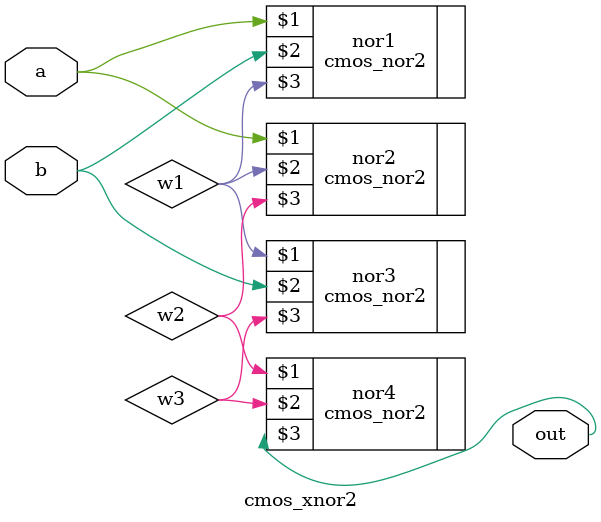
<source format=v>
module cmos_xnor2(input a, b, output out);
	wire w1, w2, w3;
	// XNOR gate body, 2 input
	cmos_nor2 nor1(a, b, w1);
	cmos_nor2 nor2(a, w1, w2);
	cmos_nor2 nor3(w1, b, w3);
	cmos_nor2 nor4(w2, w3, out);
endmodule


</source>
